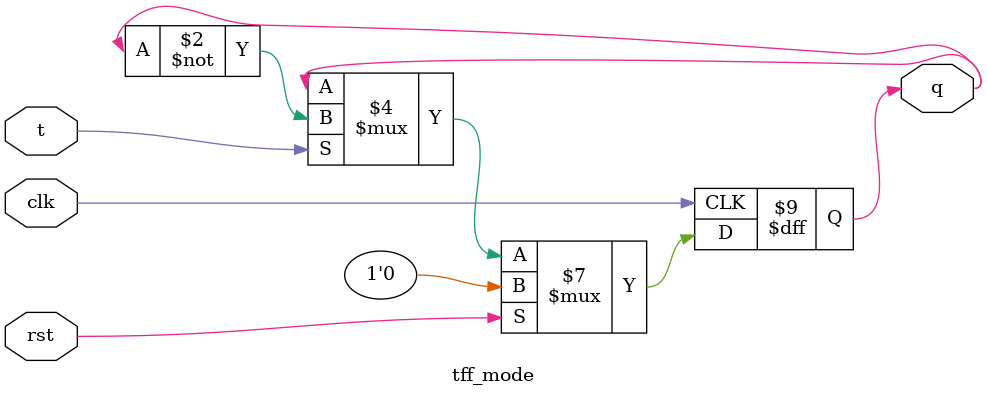
<source format=v>
module tff_mode (
    input  wire clk,
    input  wire rst,  
    input  wire t,     
    output reg  q
);
    always @(posedge clk) begin
        if (rst)
            q <= 1'b0;     
        else if (t)
            q <= ~q;       
        else
            q <= q;           
    end
endmodule

</source>
